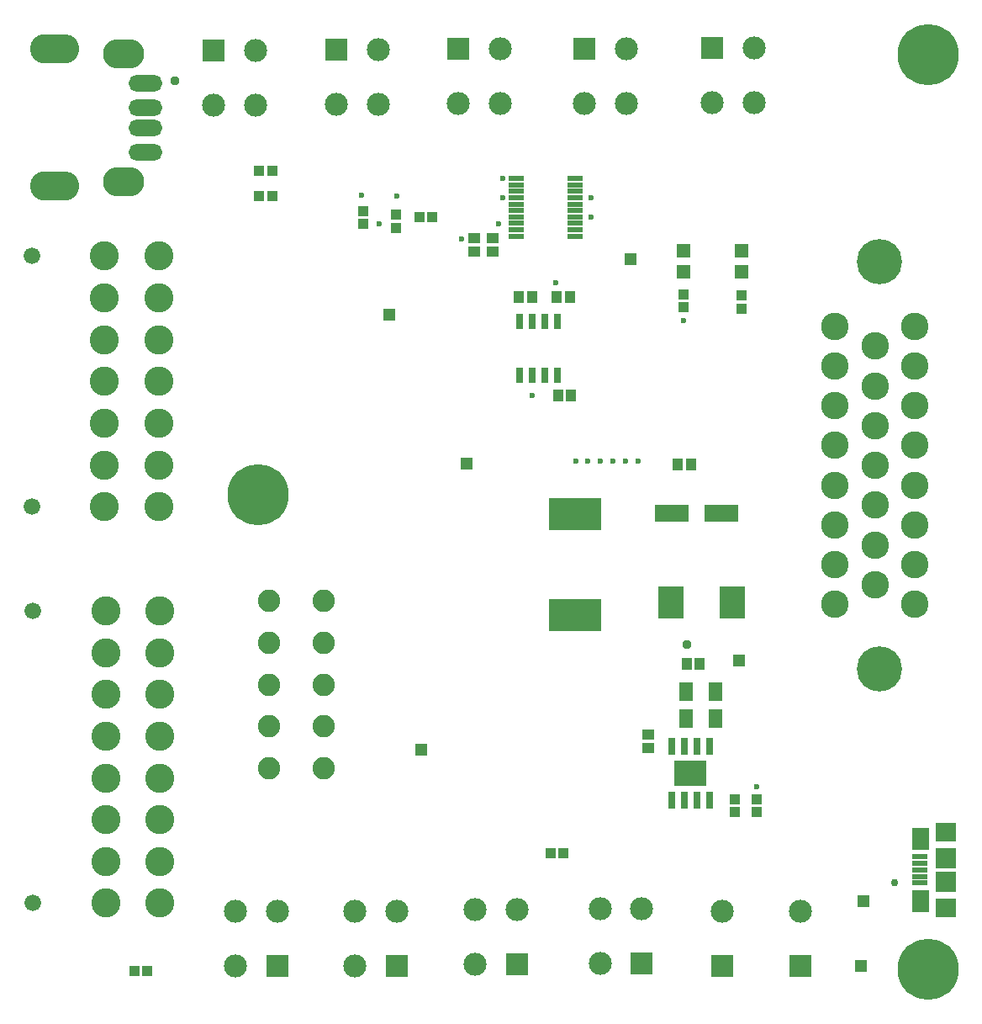
<source format=gts>
%FSTAX23Y23*%
%MOIN*%
%SFA1B1*%

%IPPOS*%
%ADD32R,0.102360X0.129920*%
%ADD33R,0.031500X0.064960*%
%ADD34R,0.063980X0.023620*%
%ADD35R,0.206690X0.129920*%
%ADD36R,0.059060X0.021650*%
%ADD37R,0.068900X0.088580*%
%ADD38R,0.080710X0.076770*%
%ADD39R,0.080710X0.080710*%
%ADD40O,0.133860X0.064960*%
%ADD41R,0.127950X0.100390*%
%ADD42R,0.043310X0.039370*%
%ADD43R,0.053150X0.053150*%
%ADD44R,0.039370X0.043310*%
%ADD45R,0.131890X0.068900*%
%ADD46R,0.041340X0.045280*%
%ADD47R,0.045280X0.041340*%
%ADD48R,0.057090X0.076770*%
%ADD49R,0.031500X0.065940*%
%ADD50R,0.091530X0.091530*%
%ADD51C,0.091530*%
%ADD52R,0.049210X0.049210*%
%ADD53C,0.088580*%
%ADD54C,0.115160*%
%ADD55C,0.065940*%
%ADD56C,0.109250*%
%ADD57C,0.178940*%
%ADD58O,0.163390X0.116140*%
%ADD59O,0.194880X0.116140*%
%ADD60C,0.242130*%
%ADD61C,0.023620*%
%ADD62C,0.037400*%
%ADD63C,0.029530*%
%LNmainpcb-1*%
%LPD*%
G54D32*
X02885Y0161D03*
X02641D03*
G54D33*
X0219Y02721D03*
X0214D03*
X0209D03*
X0204D03*
Y02508D03*
X0209D03*
X0214D03*
X0219D03*
G54D34*
X0226Y03059D03*
Y03085D03*
Y03111D03*
Y03136D03*
Y03162D03*
Y03187D03*
Y03213D03*
Y03238D03*
Y03264D03*
Y0329D03*
X02029D03*
Y03264D03*
Y03238D03*
Y03213D03*
Y03187D03*
Y03162D03*
Y03136D03*
Y03111D03*
Y03085D03*
Y03059D03*
G54D35*
X0226Y01559D03*
Y0196D03*
G54D36*
X03627Y00498D03*
Y00524D03*
Y0055D03*
Y00575D03*
Y00601D03*
G54D37*
X03632Y00427D03*
Y00672D03*
G54D38*
X03732Y004D03*
Y00699D03*
G54D39*
X03732Y00502D03*
Y00597D03*
G54D40*
X00559Y03392D03*
Y03667D03*
Y0349D03*
Y03569D03*
G54D41*
X02719Y00931D03*
G54D42*
X0292Y02825D03*
Y02774D03*
X0269Y0283D03*
Y02779D03*
X02894Y00779D03*
Y0083D03*
X0298D03*
Y00779D03*
X0155Y03145D03*
Y03094D03*
X0142Y0316D03*
Y03109D03*
G54D43*
X0292Y02918D03*
Y03001D03*
X0269D03*
Y02918D03*
G54D44*
X01009Y0322D03*
X0106D03*
Y0332D03*
X01009D03*
X00565Y0015D03*
X00514D03*
X02164Y00615D03*
X02215D03*
X01695Y03135D03*
X01644D03*
G54D45*
X02645Y01963D03*
X02842D03*
G54D46*
X02668Y02155D03*
X02721D03*
X02703Y01365D03*
X02756D03*
X02188Y0282D03*
X02241D03*
X02193Y0243D03*
X02246D03*
X02038Y0282D03*
X02091D03*
G54D47*
X0255Y01033D03*
Y01086D03*
X01935Y03051D03*
Y02998D03*
X0186Y03051D03*
Y02998D03*
G54D48*
X02817Y01255D03*
X02702D03*
X02817Y0115D03*
X02702D03*
G54D49*
X02644Y01038D03*
X02694D03*
X02744D03*
X02794D03*
Y00825D03*
X02744D03*
X02694D03*
X02644D03*
G54D50*
X02845Y0017D03*
X03155D03*
X02805Y03806D03*
X01799Y03801D03*
X02299D03*
X01314Y038D03*
X02525Y00178D03*
X0203Y00175D03*
X01555Y0017D03*
X0108D03*
X00829Y03796D03*
G54D51*
X02845Y00386D03*
X03155D03*
X02805Y0359D03*
X0297Y03806D03*
Y0359D03*
X01799Y03585D03*
X01965Y03801D03*
Y03585D03*
X02299D03*
X02465Y03801D03*
Y03585D03*
X01314Y03583D03*
X0148Y038D03*
Y03583D03*
X02525Y00395D03*
X0236Y00178D03*
Y00395D03*
X0203Y00391D03*
X01865Y00175D03*
Y00391D03*
X01555Y00386D03*
X01389Y0017D03*
Y00386D03*
X0108D03*
X00915Y0017D03*
Y00386D03*
X00829Y0358D03*
X00995Y03796D03*
Y0358D03*
G54D52*
X0183Y0216D03*
X01525Y0275D03*
X03395Y0017D03*
X0248Y0297D03*
X0291Y0138D03*
X03405Y00425D03*
X0165Y01025D03*
G54D53*
X01048Y00953D03*
Y01118D03*
Y01284D03*
Y01449D03*
Y01615D03*
X01265Y00953D03*
Y01118D03*
Y01284D03*
Y01449D03*
Y01615D03*
G54D54*
X004Y00418D03*
Y00583D03*
Y00748D03*
Y00914D03*
Y01079D03*
Y01245D03*
Y0141D03*
Y01575D03*
X00616Y00418D03*
Y00583D03*
Y00748D03*
Y00914D03*
Y01079D03*
Y01245D03*
Y0141D03*
Y01575D03*
X00395Y01988D03*
Y02154D03*
Y02319D03*
Y02485D03*
Y0265D03*
Y02815D03*
Y02981D03*
X00611Y01988D03*
Y02154D03*
Y02319D03*
Y02485D03*
Y0265D03*
Y02815D03*
Y02981D03*
G54D55*
X00112Y01575D03*
Y00418D03*
X00107Y01988D03*
Y02981D03*
G54D56*
X03292Y01601D03*
Y01758D03*
Y01916D03*
Y02073D03*
Y02231D03*
Y02388D03*
Y02546D03*
Y02703D03*
X0345Y0168D03*
Y01837D03*
Y01995D03*
Y02152D03*
Y0231D03*
Y02467D03*
Y02625D03*
X03607Y01601D03*
Y01758D03*
Y01916D03*
Y02073D03*
Y02231D03*
Y02388D03*
Y02546D03*
Y02703D03*
G54D57*
X03469Y01345D03*
Y02959D03*
G54D58*
X0047Y03276D03*
Y03783D03*
G54D59*
X00197Y03258D03*
Y03801D03*
G54D60*
X01005Y02035D03*
X03661Y00157D03*
Y03779D03*
G54D61*
X02675Y0091D03*
X0272D03*
X02757Y0091D03*
X02675Y0096D03*
X0272D03*
X0276D03*
X01959Y03109D03*
X0269Y02725D03*
X01555Y0322D03*
X0251Y0217D03*
X0246D03*
X0241D03*
X0236D03*
X0209Y0243D03*
X0231Y0217D03*
X02263Y02168D03*
X01415Y03224D03*
X01485Y03109D03*
X0298Y0088D03*
X02326Y03136D03*
X0181Y0305D03*
X02185Y02875D03*
X01976Y03213D03*
X02326Y03213D03*
X01975Y0329D03*
G54D62*
X00675Y03675D03*
X02703Y01444D03*
G54D63*
X03528Y005D03*
M02*
</source>
